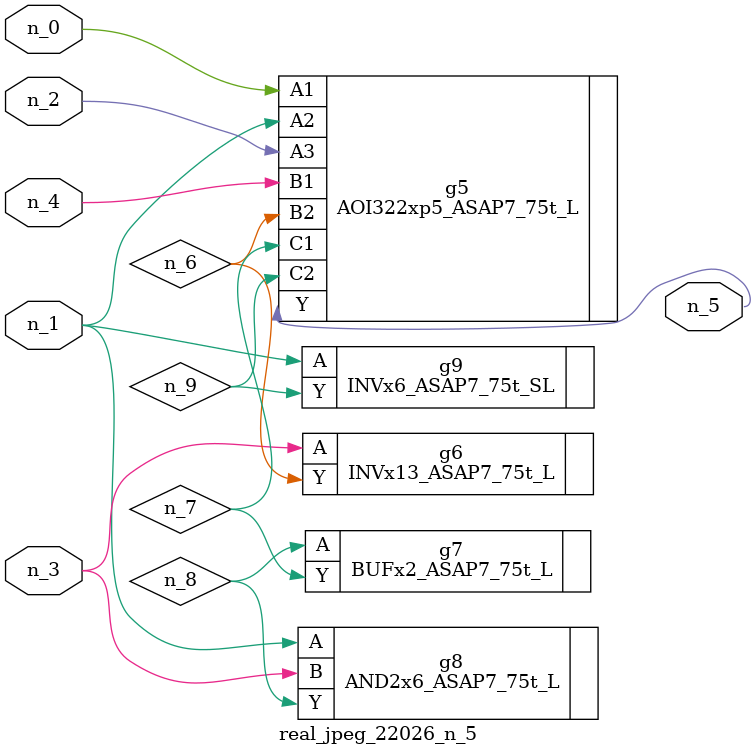
<source format=v>
module real_jpeg_22026_n_5 (n_4, n_0, n_1, n_2, n_3, n_5);

input n_4;
input n_0;
input n_1;
input n_2;
input n_3;

output n_5;

wire n_8;
wire n_6;
wire n_7;
wire n_9;

AOI322xp5_ASAP7_75t_L g5 ( 
.A1(n_0),
.A2(n_1),
.A3(n_2),
.B1(n_4),
.B2(n_6),
.C1(n_7),
.C2(n_9),
.Y(n_5)
);

AND2x6_ASAP7_75t_L g8 ( 
.A(n_1),
.B(n_3),
.Y(n_8)
);

INVx6_ASAP7_75t_SL g9 ( 
.A(n_1),
.Y(n_9)
);

INVx13_ASAP7_75t_L g6 ( 
.A(n_3),
.Y(n_6)
);

BUFx2_ASAP7_75t_L g7 ( 
.A(n_8),
.Y(n_7)
);


endmodule
</source>
